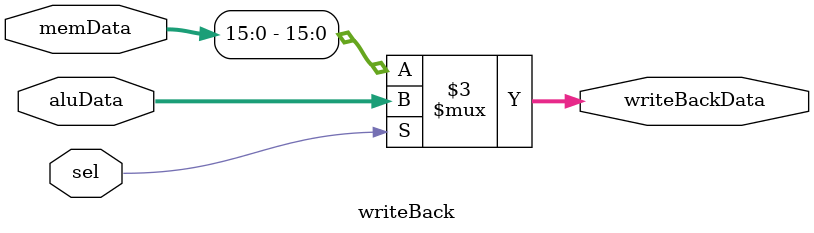
<source format=v>
module writeBack(
    input sel,
    input [31:0] memData,
    input [15:0] aluData,

    output reg [15:0] writeBackData
);
    always @(*) begin
        if (sel) 
            writeBackData = aluData;
        else 
            writeBackData = memData[15:0];
    end
endmodule
</source>
